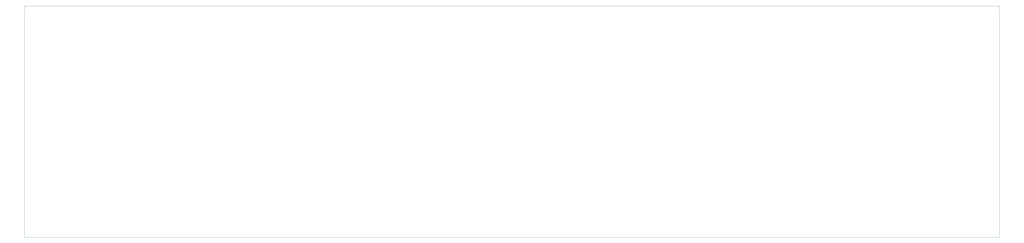
<source format=gbr>
%TF.GenerationSoftware,KiCad,Pcbnew,8.0.8*%
%TF.CreationDate,2025-03-31T12:37:53+02:00*%
%TF.ProjectId,xt_pcb,78745f70-6362-42e6-9b69-6361645f7063,rev?*%
%TF.SameCoordinates,Original*%
%TF.FileFunction,Profile,NP*%
%FSLAX46Y46*%
G04 Gerber Fmt 4.6, Leading zero omitted, Abs format (unit mm)*
G04 Created by KiCad (PCBNEW 8.0.8) date 2025-03-31 12:37:53*
%MOMM*%
%LPD*%
G01*
G04 APERTURE LIST*
%TA.AperFunction,Profile*%
%ADD10C,0.050000*%
%TD*%
G04 APERTURE END LIST*
D10*
X465985000Y-80930000D02*
X465985000Y-176180000D01*
X465985000Y-176180000D02*
X65935000Y-176180000D01*
X65935000Y-176180000D02*
X65935000Y-80930000D01*
X65935000Y-80930000D02*
X465985000Y-80930000D01*
M02*

</source>
